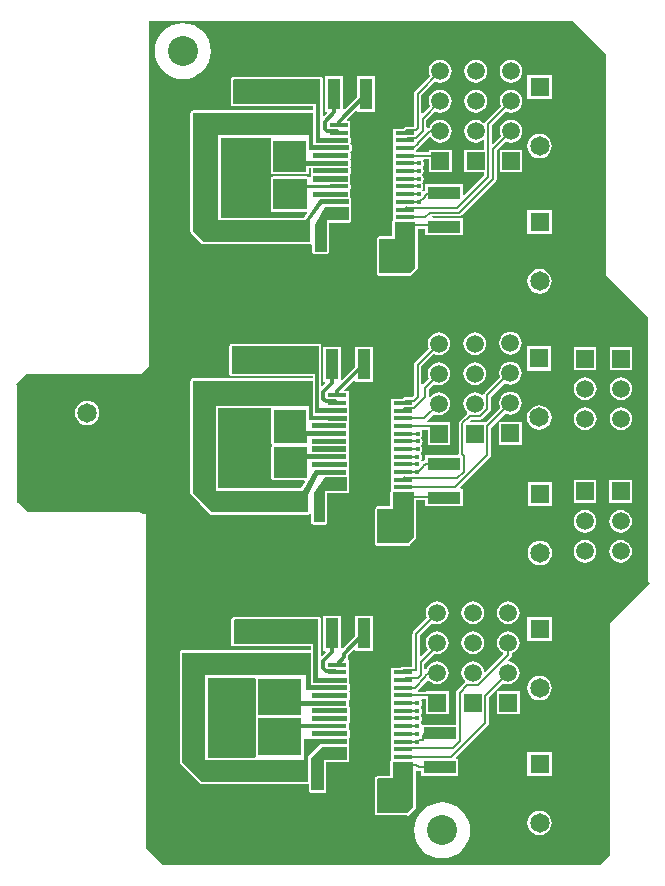
<source format=gtl>
G04 Layer_Physical_Order=1*
G04 Layer_Color=255*
%FSLAX25Y25*%
%MOIN*%
G70*
G01*
G75*
%ADD10R,0.06299X0.01181*%
%ADD11R,0.13386X0.38189*%
%ADD12R,0.04921X0.09055*%
%ADD13R,0.10906X0.04213*%
%ADD14R,0.04173X0.10709*%
%ADD15R,0.04331X0.10236*%
%ADD16R,0.10236X0.04331*%
%ADD17C,0.00800*%
%ADD18C,0.01200*%
%ADD19C,0.01969*%
%ADD20C,0.05906*%
%ADD21R,0.05906X0.05906*%
%ADD22R,0.06496X0.06496*%
%ADD23C,0.06496*%
%ADD24C,0.10000*%
%ADD25C,0.01600*%
G36*
X503600Y385400D02*
Y384300D01*
Y311500D01*
X517600Y297500D01*
X517900D01*
Y209300D01*
X518263Y208937D01*
X505363Y196037D01*
X505075Y195607D01*
X504975Y195100D01*
Y118349D01*
X501651Y115025D01*
X356174D01*
X350500Y120700D01*
Y232000D01*
X349462D01*
X349437Y232037D01*
X349337Y232137D01*
X348907Y232425D01*
X348400Y232525D01*
X310975D01*
X307800Y235700D01*
X307500D01*
Y274800D01*
X307026Y275274D01*
Y275325D01*
X310275Y278574D01*
X347900D01*
X348407Y278675D01*
X348444Y278700D01*
X348600D01*
X351300Y281400D01*
Y281506D01*
X351425Y281693D01*
X351525Y282200D01*
Y396475D01*
X492525D01*
X503600Y385400D01*
D02*
G37*
%LPC*%
G36*
X481500Y268240D02*
X480443Y268101D01*
X479459Y267693D01*
X478613Y267045D01*
X477964Y266199D01*
X477556Y265214D01*
X477417Y264158D01*
X477556Y263101D01*
X477964Y262116D01*
X478613Y261270D01*
X479459Y260622D01*
X480443Y260214D01*
X481500Y260074D01*
X482557Y260214D01*
X483541Y260622D01*
X484387Y261270D01*
X485036Y262116D01*
X485444Y263101D01*
X485583Y264158D01*
X485444Y265214D01*
X485036Y266199D01*
X484387Y267045D01*
X483541Y267693D01*
X482557Y268101D01*
X481500Y268240D01*
D02*
G37*
G36*
X481600Y178040D02*
X480543Y177901D01*
X479559Y177493D01*
X478713Y176845D01*
X478064Y175999D01*
X477656Y175014D01*
X477517Y173958D01*
X477656Y172901D01*
X478064Y171916D01*
X478713Y171070D01*
X479559Y170422D01*
X480543Y170014D01*
X481600Y169875D01*
X482657Y170014D01*
X483641Y170422D01*
X484487Y171070D01*
X485136Y171916D01*
X485544Y172901D01*
X485683Y173958D01*
X485544Y175014D01*
X485136Y175999D01*
X484487Y176845D01*
X483641Y177493D01*
X482657Y177901D01*
X481600Y178040D01*
D02*
G37*
G36*
X508700Y267585D02*
X507720Y267456D01*
X506807Y267078D01*
X506024Y266476D01*
X505422Y265693D01*
X505044Y264780D01*
X504915Y263800D01*
X505044Y262820D01*
X505422Y261907D01*
X506024Y261123D01*
X506807Y260522D01*
X507720Y260144D01*
X508700Y260015D01*
X509680Y260144D01*
X510593Y260522D01*
X511376Y261123D01*
X511978Y261907D01*
X512356Y262820D01*
X512485Y263800D01*
X512356Y264780D01*
X511978Y265693D01*
X511376Y266476D01*
X510593Y267078D01*
X509680Y267456D01*
X508700Y267585D01*
D02*
G37*
G36*
X459300Y192885D02*
X458320Y192756D01*
X457407Y192378D01*
X456624Y191777D01*
X456022Y190993D01*
X455644Y190080D01*
X455515Y189100D01*
X455644Y188120D01*
X456022Y187207D01*
X456624Y186424D01*
X457407Y185822D01*
X458320Y185444D01*
X459300Y185315D01*
X460280Y185444D01*
X461193Y185822D01*
X461976Y186424D01*
X462578Y187207D01*
X462956Y188120D01*
X463085Y189100D01*
X462956Y190080D01*
X462578Y190993D01*
X461976Y191777D01*
X461193Y192378D01*
X460280Y192756D01*
X459300Y192885D01*
D02*
G37*
G36*
X475653Y262653D02*
X468147D01*
Y255147D01*
X475653D01*
Y262653D01*
D02*
G37*
G36*
X496800Y267585D02*
X495820Y267456D01*
X494907Y267078D01*
X494124Y266476D01*
X493522Y265693D01*
X493144Y264780D01*
X493015Y263800D01*
X493144Y262820D01*
X493522Y261907D01*
X494124Y261123D01*
X494907Y260522D01*
X495820Y260144D01*
X496800Y260015D01*
X497780Y260144D01*
X498693Y260522D01*
X499476Y261123D01*
X500078Y261907D01*
X500456Y262820D01*
X500585Y263800D01*
X500456Y264780D01*
X500078Y265693D01*
X499476Y266476D01*
X498693Y267078D01*
X497780Y267456D01*
X496800Y267585D01*
D02*
G37*
G36*
X460000Y282585D02*
X459020Y282456D01*
X458107Y282078D01*
X457324Y281476D01*
X456722Y280693D01*
X456344Y279780D01*
X456215Y278800D01*
X456344Y277820D01*
X456722Y276907D01*
X457324Y276123D01*
X458107Y275522D01*
X459020Y275144D01*
X460000Y275015D01*
X460980Y275144D01*
X461893Y275522D01*
X462676Y276123D01*
X463278Y276907D01*
X463656Y277820D01*
X463785Y278800D01*
X463656Y279780D01*
X463278Y280693D01*
X462676Y281476D01*
X461893Y282078D01*
X460980Y282456D01*
X460000Y282585D01*
D02*
G37*
G36*
X408000Y288816D02*
X379000D01*
X378688Y288754D01*
X378423Y288577D01*
X378246Y288312D01*
X378184Y288000D01*
Y286600D01*
Y278700D01*
X378246Y278388D01*
X378423Y278123D01*
X378688Y277946D01*
X379000Y277884D01*
X405984D01*
Y277216D01*
X366000D01*
X365688Y277154D01*
X365423Y276977D01*
X365246Y276712D01*
X365184Y276400D01*
Y275200D01*
Y239100D01*
X365212Y238960D01*
X365234Y238818D01*
X365243Y238804D01*
X365246Y238788D01*
X365326Y238669D01*
X365401Y238547D01*
X371401Y232047D01*
X371414Y232037D01*
X371423Y232023D01*
X371542Y231944D01*
X371658Y231859D01*
X371674Y231856D01*
X371688Y231846D01*
X371828Y231819D01*
X371967Y231785D01*
X371984Y231788D01*
X372000Y231784D01*
X404300D01*
X404612Y231846D01*
X404877Y232023D01*
X404984Y232184D01*
X405484Y232085D01*
Y229300D01*
X405546Y228988D01*
X405723Y228723D01*
X405988Y228546D01*
X406300Y228484D01*
X410000D01*
X410312Y228546D01*
X410577Y228723D01*
X410754Y228988D01*
X410816Y229300D01*
Y238984D01*
X417400D01*
X417712Y239046D01*
X417977Y239223D01*
X418154Y239488D01*
X418216Y239800D01*
Y244200D01*
X418154Y244512D01*
X417977Y244777D01*
X417954Y244792D01*
X418016Y245100D01*
Y246800D01*
X417954Y247112D01*
X417926Y247153D01*
Y247197D01*
X418054Y247388D01*
X418116Y247700D01*
Y249400D01*
X418054Y249712D01*
X417926Y249903D01*
Y249946D01*
X417954Y249988D01*
X418016Y250300D01*
Y251900D01*
X417954Y252212D01*
X417926Y252254D01*
Y252447D01*
X417954Y252488D01*
X418016Y252800D01*
Y254500D01*
X417954Y254812D01*
X417926Y254854D01*
Y255047D01*
X417954Y255088D01*
X418016Y255400D01*
Y257100D01*
X417954Y257412D01*
X417926Y257453D01*
Y257646D01*
X417954Y257688D01*
X418016Y258000D01*
Y259500D01*
X417954Y259812D01*
X417926Y259854D01*
Y260146D01*
X417954Y260188D01*
X418016Y260500D01*
Y262200D01*
X417954Y262512D01*
X417926Y262554D01*
Y262597D01*
X417964Y262653D01*
X418051Y262782D01*
X418052Y262785D01*
X418054Y262788D01*
X418084Y262941D01*
X418116Y263094D01*
X418115Y263097D01*
X418116Y263100D01*
Y264800D01*
X418054Y265112D01*
X417978Y265225D01*
X418154Y265488D01*
X418216Y265800D01*
Y267200D01*
X418154Y267512D01*
X417977Y267777D01*
X417926Y267811D01*
Y270143D01*
Y272924D01*
X416711D01*
X416520Y273386D01*
X419588Y276454D01*
X420050Y276263D01*
Y275982D01*
X425980D01*
Y287818D01*
X420050D01*
Y280953D01*
X415812Y276716D01*
X415350Y276907D01*
Y287818D01*
X409420D01*
Y275982D01*
X410032D01*
X410224Y275520D01*
X409278Y274574D01*
X408816Y274765D01*
Y288000D01*
X408754Y288312D01*
X408577Y288577D01*
X408312Y288754D01*
X408000Y288816D01*
D02*
G37*
G36*
X485548Y287891D02*
X477452D01*
Y279795D01*
X485548D01*
Y287891D01*
D02*
G37*
G36*
X508700Y277585D02*
X507720Y277456D01*
X506807Y277078D01*
X506024Y276477D01*
X505422Y275693D01*
X505044Y274780D01*
X504915Y273800D01*
X505044Y272820D01*
X505422Y271907D01*
X506024Y271124D01*
X506807Y270522D01*
X507720Y270144D01*
X508700Y270015D01*
X509680Y270144D01*
X510593Y270522D01*
X511376Y271124D01*
X511978Y271907D01*
X512356Y272820D01*
X512485Y273800D01*
X512356Y274780D01*
X511978Y275693D01*
X511376Y276477D01*
X510593Y277078D01*
X509680Y277456D01*
X508700Y277585D01*
D02*
G37*
G36*
X330800Y269725D02*
X329743Y269586D01*
X328759Y269179D01*
X327913Y268530D01*
X327264Y267684D01*
X326856Y266699D01*
X326717Y265642D01*
X326856Y264586D01*
X327264Y263601D01*
X327913Y262755D01*
X328759Y262107D01*
X329743Y261699D01*
X330800Y261560D01*
X331857Y261699D01*
X332841Y262107D01*
X333687Y262755D01*
X334336Y263601D01*
X334744Y264586D01*
X334883Y265642D01*
X334744Y266699D01*
X334336Y267684D01*
X333687Y268530D01*
X332841Y269179D01*
X331857Y269586D01*
X330800Y269725D01*
D02*
G37*
G36*
X474953Y172853D02*
X467447D01*
Y165347D01*
X474953D01*
Y172853D01*
D02*
G37*
G36*
X496800Y277585D02*
X495820Y277456D01*
X494907Y277078D01*
X494124Y276477D01*
X493522Y275693D01*
X493144Y274780D01*
X493015Y273800D01*
X493144Y272820D01*
X493522Y271907D01*
X494124Y271124D01*
X494907Y270522D01*
X495820Y270144D01*
X496800Y270015D01*
X497780Y270144D01*
X498693Y270522D01*
X499476Y271124D01*
X500078Y271907D01*
X500456Y272820D01*
X500585Y273800D01*
X500456Y274780D01*
X500078Y275693D01*
X499476Y276477D01*
X498693Y277078D01*
X497780Y277456D01*
X496800Y277585D01*
D02*
G37*
G36*
X508600Y223285D02*
X507620Y223156D01*
X506707Y222778D01*
X505924Y222177D01*
X505322Y221393D01*
X504944Y220480D01*
X504815Y219500D01*
X504944Y218520D01*
X505322Y217607D01*
X505924Y216824D01*
X506707Y216222D01*
X507620Y215844D01*
X508600Y215715D01*
X509580Y215844D01*
X510493Y216222D01*
X511276Y216824D01*
X511878Y217607D01*
X512256Y218520D01*
X512385Y219500D01*
X512256Y220480D01*
X511878Y221393D01*
X511276Y222177D01*
X510493Y222778D01*
X509580Y223156D01*
X508600Y223285D01*
D02*
G37*
G36*
X459300Y202885D02*
X458320Y202756D01*
X457407Y202378D01*
X456624Y201777D01*
X456022Y200993D01*
X455644Y200080D01*
X455515Y199100D01*
X455644Y198120D01*
X456022Y197207D01*
X456624Y196423D01*
X457407Y195822D01*
X458320Y195444D01*
X459300Y195315D01*
X460280Y195444D01*
X461193Y195822D01*
X461976Y196423D01*
X462578Y197207D01*
X462956Y198120D01*
X463085Y199100D01*
X462956Y200080D01*
X462578Y200993D01*
X461976Y201777D01*
X461193Y202378D01*
X460280Y202756D01*
X459300Y202885D01*
D02*
G37*
G36*
X496700Y233285D02*
X495720Y233156D01*
X494807Y232778D01*
X494024Y232176D01*
X493422Y231393D01*
X493044Y230480D01*
X492915Y229500D01*
X493044Y228520D01*
X493422Y227607D01*
X494024Y226823D01*
X494807Y226222D01*
X495720Y225844D01*
X496700Y225715D01*
X497680Y225844D01*
X498593Y226222D01*
X499376Y226823D01*
X499978Y227607D01*
X500356Y228520D01*
X500485Y229500D01*
X500356Y230480D01*
X499978Y231393D01*
X499376Y232176D01*
X498593Y232778D01*
X497680Y233156D01*
X496700Y233285D01*
D02*
G37*
G36*
X471200Y202885D02*
X470220Y202756D01*
X469307Y202378D01*
X468524Y201777D01*
X467922Y200993D01*
X467544Y200080D01*
X467415Y199100D01*
X467544Y198120D01*
X467922Y197207D01*
X468524Y196423D01*
X469307Y195822D01*
X470220Y195444D01*
X471200Y195315D01*
X472180Y195444D01*
X473093Y195822D01*
X473876Y196423D01*
X474478Y197207D01*
X474856Y198120D01*
X474985Y199100D01*
X474856Y200080D01*
X474478Y200993D01*
X473876Y201777D01*
X473093Y202378D01*
X472180Y202756D01*
X471200Y202885D01*
D02*
G37*
G36*
X481700Y223040D02*
X480643Y222901D01*
X479659Y222493D01*
X478813Y221845D01*
X478164Y220999D01*
X477756Y220014D01*
X477617Y218957D01*
X477756Y217901D01*
X478164Y216916D01*
X478813Y216070D01*
X479659Y215422D01*
X480643Y215014D01*
X481700Y214875D01*
X482757Y215014D01*
X483742Y215422D01*
X484587Y216070D01*
X485236Y216916D01*
X485644Y217901D01*
X485783Y218957D01*
X485644Y220014D01*
X485236Y220999D01*
X484587Y221845D01*
X483742Y222493D01*
X482757Y222901D01*
X481700Y223040D01*
D02*
G37*
G36*
X496700Y223285D02*
X495720Y223156D01*
X494807Y222778D01*
X494024Y222177D01*
X493422Y221393D01*
X493044Y220480D01*
X492915Y219500D01*
X493044Y218520D01*
X493422Y217607D01*
X494024Y216824D01*
X494807Y216222D01*
X495720Y215844D01*
X496700Y215715D01*
X497680Y215844D01*
X498593Y216222D01*
X499376Y216824D01*
X499978Y217607D01*
X500356Y218520D01*
X500485Y219500D01*
X500356Y220480D01*
X499978Y221393D01*
X499376Y222177D01*
X498593Y222778D01*
X497680Y223156D01*
X496700Y223285D01*
D02*
G37*
G36*
X508600Y233285D02*
X507620Y233156D01*
X506707Y232778D01*
X505924Y232176D01*
X505322Y231393D01*
X504944Y230480D01*
X504815Y229500D01*
X504944Y228520D01*
X505322Y227607D01*
X505924Y226823D01*
X506707Y226222D01*
X507620Y225844D01*
X508600Y225715D01*
X509580Y225844D01*
X510493Y226222D01*
X511276Y226823D01*
X511878Y227607D01*
X512256Y228520D01*
X512385Y229500D01*
X512256Y230480D01*
X511878Y231393D01*
X511276Y232176D01*
X510493Y232778D01*
X509580Y233156D01*
X508600Y233285D01*
D02*
G37*
G36*
X512353Y243253D02*
X504847D01*
Y235747D01*
X512353D01*
Y243253D01*
D02*
G37*
G36*
X485648Y197691D02*
X477552D01*
Y189594D01*
X485648D01*
Y197691D01*
D02*
G37*
G36*
X426080Y198118D02*
X420150D01*
Y191253D01*
X415912Y187016D01*
X415450Y187207D01*
Y198118D01*
X409520D01*
Y186282D01*
X410132D01*
X410324Y185820D01*
X409178Y184674D01*
X408716Y184865D01*
Y197000D01*
X408654Y197312D01*
X408477Y197577D01*
X408212Y197754D01*
X407900Y197816D01*
X380000D01*
X380000Y197816D01*
X379688Y197754D01*
X379423Y197577D01*
X379423Y197577D01*
X379023Y197177D01*
X378846Y196912D01*
X378784Y196600D01*
X378784Y196600D01*
Y188700D01*
X378846Y188388D01*
X379023Y188123D01*
X379288Y187946D01*
X379600Y187884D01*
X405384D01*
Y186685D01*
X405300Y186616D01*
X362400D01*
X362088Y186554D01*
X361823Y186377D01*
X361646Y186112D01*
X361584Y185800D01*
X361646Y185488D01*
X361684Y185431D01*
Y149300D01*
X361684Y149300D01*
X361746Y148988D01*
X361923Y148723D01*
X361923Y148723D01*
X368423Y142223D01*
X368688Y142046D01*
X369000Y141984D01*
X369000Y141984D01*
X404500D01*
X404684Y141833D01*
Y139900D01*
X404746Y139588D01*
X404923Y139323D01*
X405188Y139146D01*
X405500Y139084D01*
X409700D01*
X410012Y139146D01*
X410277Y139323D01*
X410454Y139588D01*
X410516Y139900D01*
Y149184D01*
X417300D01*
X417612Y149246D01*
X417877Y149423D01*
X418054Y149688D01*
X418116Y150000D01*
Y154300D01*
X418054Y154612D01*
X417978Y154725D01*
X418154Y154988D01*
X418216Y155300D01*
Y157000D01*
X418154Y157312D01*
X418112Y157375D01*
X418254Y157588D01*
X418316Y157900D01*
Y159600D01*
X418254Y159912D01*
X418077Y160177D01*
X417966Y160251D01*
X418016Y160500D01*
Y162000D01*
X417966Y162249D01*
X418077Y162323D01*
X418254Y162588D01*
X418316Y162900D01*
Y164600D01*
X418254Y164912D01*
X418128Y165100D01*
X418254Y165288D01*
X418316Y165600D01*
Y167300D01*
X418254Y167612D01*
X418077Y167877D01*
X417984Y167939D01*
X418016Y168100D01*
Y169600D01*
X417954Y169912D01*
X417926Y169953D01*
Y170022D01*
X418077Y170123D01*
X418254Y170388D01*
X418316Y170700D01*
Y172400D01*
X418254Y172712D01*
X418161Y172850D01*
X418254Y172988D01*
X418316Y173300D01*
Y175000D01*
X418254Y175312D01*
X418077Y175577D01*
X418072Y175580D01*
X418116Y175800D01*
Y177200D01*
X418054Y177512D01*
X417926Y177703D01*
Y180343D01*
Y183124D01*
X417926Y183124D01*
X417926D01*
X417719Y183610D01*
X417721Y183624D01*
X417827Y184158D01*
X417827Y184158D01*
Y184894D01*
X419688Y186754D01*
X420150Y186563D01*
Y186282D01*
X426080D01*
Y198118D01*
D02*
G37*
G36*
X447500Y202885D02*
X446520Y202756D01*
X445607Y202378D01*
X444824Y201777D01*
X444222Y200993D01*
X443844Y200080D01*
X443715Y199100D01*
X443844Y198120D01*
X444121Y197451D01*
X439508Y192838D01*
X439243Y192441D01*
X439150Y191973D01*
Y181167D01*
X436024D01*
X435555Y181074D01*
X435158Y180808D01*
X434996Y180565D01*
X432074D01*
Y177784D01*
Y175225D01*
Y172666D01*
Y170107D01*
Y167548D01*
Y164989D01*
Y162430D01*
Y159871D01*
Y157312D01*
Y154753D01*
Y150011D01*
X432023Y149977D01*
X431846Y149712D01*
X431784Y149400D01*
Y144716D01*
X427700D01*
X427388Y144654D01*
X427123Y144477D01*
X427123Y144477D01*
X426823Y144177D01*
X426646Y143912D01*
X426584Y143600D01*
X426584Y143600D01*
Y132400D01*
X426646Y132088D01*
X426823Y131823D01*
X427088Y131646D01*
X427400Y131584D01*
X437231D01*
X437288Y131546D01*
X437600Y131484D01*
X437912Y131546D01*
X438177Y131723D01*
X438177Y131723D01*
X440077Y133623D01*
X440254Y133888D01*
X440316Y134200D01*
X440316Y134200D01*
Y146270D01*
X440816Y146537D01*
X440962Y146440D01*
X441430Y146347D01*
X442047D01*
Y144664D01*
X454553D01*
Y150476D01*
X453849D01*
X453657Y150938D01*
X464318Y161599D01*
X464583Y161996D01*
X464676Y162464D01*
Y170846D01*
X469551Y175721D01*
X470220Y175444D01*
X471200Y175315D01*
X472180Y175444D01*
X473093Y175822D01*
X473876Y176424D01*
X474478Y177207D01*
X474856Y178120D01*
X474985Y179100D01*
X474856Y180080D01*
X474478Y180993D01*
X473876Y181776D01*
X473093Y182378D01*
X472180Y182756D01*
X471373Y182862D01*
X471154Y183351D01*
X472065Y184262D01*
X472330Y184659D01*
X472424Y185127D01*
Y185545D01*
X473093Y185822D01*
X473876Y186424D01*
X474478Y187207D01*
X474856Y188120D01*
X474985Y189100D01*
X474856Y190080D01*
X474478Y190993D01*
X473876Y191777D01*
X473093Y192378D01*
X472180Y192756D01*
X471200Y192885D01*
X470220Y192756D01*
X469307Y192378D01*
X468524Y191777D01*
X467922Y190993D01*
X467544Y190080D01*
X467415Y189100D01*
X467544Y188120D01*
X467922Y187207D01*
X468524Y186424D01*
X469307Y185822D01*
X469498Y185743D01*
X469595Y185253D01*
X463572Y179230D01*
X463044Y179409D01*
X462956Y180080D01*
X462578Y180993D01*
X461976Y181776D01*
X461193Y182378D01*
X460280Y182756D01*
X459300Y182885D01*
X458320Y182756D01*
X457407Y182378D01*
X456624Y181776D01*
X456022Y180993D01*
X455644Y180080D01*
X455515Y179100D01*
X455644Y178120D01*
X456022Y177207D01*
X456624Y176424D01*
X456735Y176338D01*
X456721Y175931D01*
X456644Y175777D01*
X454088Y173221D01*
X453822Y172824D01*
X453729Y172355D01*
Y161736D01*
X442275D01*
X442246Y161886D01*
X442066Y162154D01*
X441957Y162576D01*
X442082Y162890D01*
X442287Y163196D01*
X442411Y163821D01*
X442287Y164445D01*
X442095Y164733D01*
X441974Y165100D01*
X442095Y165468D01*
X442287Y165755D01*
X442411Y166379D01*
X442287Y167004D01*
X442089Y167300D01*
X441966Y167643D01*
X442082Y168035D01*
X442269Y168314D01*
X442393Y168939D01*
X442269Y169563D01*
X442127Y169774D01*
X442395Y170274D01*
X443747D01*
Y165347D01*
X451253D01*
Y172853D01*
X443747D01*
Y172721D01*
X441094D01*
X440939Y173095D01*
X440928Y173221D01*
X444166Y176459D01*
X444815Y176434D01*
X444824Y176424D01*
X445607Y175822D01*
X446520Y175444D01*
X447500Y175315D01*
X448480Y175444D01*
X449393Y175822D01*
X450176Y176424D01*
X450778Y177207D01*
X451156Y178120D01*
X451285Y179100D01*
X451156Y180080D01*
X450778Y180993D01*
X450176Y181776D01*
X449393Y182378D01*
X448480Y182756D01*
X447500Y182885D01*
X446520Y182756D01*
X445607Y182378D01*
X444824Y181776D01*
X444222Y180993D01*
X443925Y180276D01*
X443697Y180161D01*
X443197Y180470D01*
Y182059D01*
X446575Y185437D01*
X447500Y185315D01*
X448480Y185444D01*
X449393Y185822D01*
X450176Y186424D01*
X450778Y187207D01*
X451156Y188120D01*
X451285Y189100D01*
X451156Y190080D01*
X450778Y190993D01*
X450176Y191777D01*
X449393Y192378D01*
X448480Y192756D01*
X447500Y192885D01*
X446520Y192756D01*
X445607Y192378D01*
X444824Y191777D01*
X444222Y190993D01*
X443844Y190080D01*
X443715Y189100D01*
X443844Y188120D01*
X444222Y187207D01*
X444510Y186832D01*
X442059Y184381D01*
X441597Y184573D01*
Y191466D01*
X445851Y195721D01*
X446520Y195444D01*
X447500Y195315D01*
X448480Y195444D01*
X449393Y195822D01*
X450176Y196423D01*
X450778Y197207D01*
X451156Y198120D01*
X451285Y199100D01*
X451156Y200080D01*
X450778Y200993D01*
X450176Y201777D01*
X449393Y202378D01*
X448480Y202756D01*
X447500Y202885D01*
D02*
G37*
G36*
X485748Y242690D02*
X477652D01*
Y234594D01*
X485748D01*
Y242690D01*
D02*
G37*
G36*
X500453Y243253D02*
X492947D01*
Y235747D01*
X500453D01*
Y243253D01*
D02*
G37*
G36*
X426780Y377918D02*
X420850D01*
Y371053D01*
X416612Y366816D01*
X416150Y367007D01*
Y377918D01*
X410220D01*
Y366082D01*
X410632D01*
X410824Y365620D01*
X409778Y364574D01*
X409316Y364765D01*
Y377000D01*
X409254Y377312D01*
X409077Y377577D01*
X408812Y377754D01*
X408500Y377816D01*
X379800D01*
X379800Y377816D01*
X379488Y377754D01*
X379223Y377577D01*
X379223Y377577D01*
X378823Y377177D01*
X378646Y376912D01*
X378584Y376600D01*
X378584Y376600D01*
Y368700D01*
X378646Y368388D01*
X378823Y368123D01*
X379088Y367946D01*
X379400Y367884D01*
X406184D01*
Y366585D01*
X406100Y366516D01*
X366000D01*
X365688Y366454D01*
X365423Y366277D01*
X365246Y366012D01*
X365184Y365700D01*
Y362700D01*
Y326300D01*
X365184Y326300D01*
X365246Y325988D01*
X365423Y325723D01*
X365423Y325723D01*
X369023Y322123D01*
X369288Y321946D01*
X369600Y321884D01*
X369600Y321884D01*
X405100D01*
X405284Y321921D01*
X405665Y321707D01*
X405784Y321594D01*
Y319400D01*
X405846Y319088D01*
X406023Y318823D01*
X406288Y318646D01*
X406600Y318584D01*
X410600D01*
X410912Y318646D01*
X411177Y318823D01*
X411354Y319088D01*
X411416Y319400D01*
Y329084D01*
X417800D01*
X418112Y329146D01*
X418377Y329323D01*
X418377Y329323D01*
X418577Y329523D01*
X418754Y329788D01*
X418816Y330100D01*
X418816Y330100D01*
Y334300D01*
X418754Y334612D01*
X418661Y334750D01*
X418754Y334888D01*
X418816Y335200D01*
Y336900D01*
X418754Y337212D01*
X418577Y337477D01*
X418526Y337511D01*
Y340146D01*
X418554Y340188D01*
X418616Y340500D01*
Y341800D01*
X418554Y342112D01*
X418526Y342154D01*
Y345146D01*
X418554Y345188D01*
X418616Y345500D01*
Y347200D01*
X418554Y347512D01*
X418545Y347525D01*
X418654Y347688D01*
X418716Y348000D01*
Y349600D01*
X418654Y349912D01*
X418526Y350103D01*
Y350147D01*
X418554Y350188D01*
X418616Y350500D01*
Y352200D01*
X418554Y352512D01*
X418540Y352532D01*
X418677Y352623D01*
X418854Y352888D01*
X418916Y353200D01*
Y354900D01*
X418854Y355212D01*
X418677Y355477D01*
X418566Y355551D01*
X418616Y355800D01*
Y357200D01*
X418554Y357512D01*
X418526Y357554D01*
Y360243D01*
Y363024D01*
X417511D01*
X417320Y363486D01*
X420388Y366554D01*
X420850Y366363D01*
Y366082D01*
X426780D01*
Y377918D01*
D02*
G37*
G36*
X460300Y373385D02*
X459320Y373256D01*
X458407Y372878D01*
X457623Y372276D01*
X457022Y371493D01*
X456644Y370580D01*
X456515Y369600D01*
X456644Y368620D01*
X457022Y367707D01*
X457623Y366923D01*
X458407Y366322D01*
X459320Y365944D01*
X460300Y365815D01*
X461280Y365944D01*
X462193Y366322D01*
X462977Y366923D01*
X463578Y367707D01*
X463956Y368620D01*
X464085Y369600D01*
X463956Y370580D01*
X463578Y371493D01*
X462977Y372276D01*
X462193Y372878D01*
X461280Y373256D01*
X460300Y373385D01*
D02*
G37*
G36*
X448500Y383385D02*
X447520Y383256D01*
X446607Y382878D01*
X445823Y382277D01*
X445222Y381493D01*
X444844Y380580D01*
X444715Y379600D01*
X444844Y378620D01*
X445121Y377951D01*
X440135Y372965D01*
X439870Y372568D01*
X439777Y372100D01*
Y361080D01*
X439763Y361067D01*
X437392D01*
X436924Y360974D01*
X436527Y360708D01*
X436284Y360465D01*
X432674D01*
Y357684D01*
Y355125D01*
Y352566D01*
Y350007D01*
Y347448D01*
Y344889D01*
Y342330D01*
Y339771D01*
Y337212D01*
Y334653D01*
Y329803D01*
X432546Y329612D01*
X432484Y329300D01*
Y324616D01*
X428400D01*
X428088Y324554D01*
X427823Y324377D01*
X427823Y324377D01*
X427765Y324318D01*
X427650D01*
Y324203D01*
X427523Y324077D01*
X427346Y323812D01*
X427284Y323500D01*
X427284Y323500D01*
Y312300D01*
X427346Y311988D01*
X427523Y311723D01*
X427788Y311546D01*
X428100Y311484D01*
X437931D01*
X437988Y311446D01*
X438300Y311384D01*
X438612Y311446D01*
X438877Y311623D01*
X438877Y311623D01*
X440777Y313523D01*
X440954Y313788D01*
X441016Y314100D01*
X441016Y314100D01*
Y327143D01*
X443547D01*
Y324864D01*
X456053D01*
Y330676D01*
X446114D01*
X445847Y331176D01*
X445876Y331220D01*
X454732D01*
X455200Y331313D01*
X455597Y331578D01*
X466918Y342899D01*
X467183Y343296D01*
X467276Y343764D01*
Y353046D01*
X470451Y356221D01*
X471120Y355944D01*
X472100Y355815D01*
X473080Y355944D01*
X473993Y356322D01*
X474777Y356924D01*
X475378Y357707D01*
X475756Y358620D01*
X475885Y359600D01*
X475756Y360580D01*
X475378Y361493D01*
X474777Y362277D01*
X473993Y362878D01*
X473080Y363256D01*
X472100Y363385D01*
X471120Y363256D01*
X470207Y362878D01*
X469423Y362277D01*
X468822Y361493D01*
X468444Y360580D01*
X468315Y359600D01*
X468444Y358620D01*
X468721Y357951D01*
X466138Y355368D01*
X465676Y355560D01*
Y361446D01*
X470451Y366221D01*
X471120Y365944D01*
X472100Y365815D01*
X473080Y365944D01*
X473993Y366322D01*
X474777Y366923D01*
X475378Y367707D01*
X475756Y368620D01*
X475885Y369600D01*
X475756Y370580D01*
X475378Y371493D01*
X474777Y372276D01*
X473993Y372878D01*
X473080Y373256D01*
X472100Y373385D01*
X471120Y373256D01*
X470207Y372878D01*
X469423Y372276D01*
X468822Y371493D01*
X468444Y370580D01*
X468315Y369600D01*
X468444Y368620D01*
X468721Y367951D01*
X463588Y362818D01*
X463403Y362542D01*
X463322Y362491D01*
X462976Y362410D01*
X462809Y362405D01*
X462193Y362878D01*
X461280Y363256D01*
X460300Y363385D01*
X459320Y363256D01*
X458407Y362878D01*
X457623Y362277D01*
X457022Y361493D01*
X456644Y360580D01*
X456515Y359600D01*
X456644Y358620D01*
X457022Y357707D01*
X457623Y356924D01*
X458407Y356322D01*
X459320Y355944D01*
X460300Y355815D01*
X461280Y355944D01*
X462193Y356322D01*
X462729Y356734D01*
X463229Y356487D01*
Y353353D01*
X456547D01*
Y345847D01*
X463229D01*
Y344933D01*
X456515Y338219D01*
X456053Y338410D01*
Y341936D01*
X443547D01*
Y339950D01*
X443465Y339895D01*
X443293Y339723D01*
X442691Y339779D01*
X442523Y340024D01*
X442588Y340266D01*
X442769Y340537D01*
X442893Y341161D01*
X442769Y341786D01*
X442582Y342065D01*
X442466Y342457D01*
X442589Y342800D01*
X442787Y343096D01*
X442911Y343721D01*
X442787Y344345D01*
X442625Y344586D01*
X442533Y345126D01*
X442887Y345655D01*
X443011Y346280D01*
X442887Y346904D01*
X442713Y347164D01*
X442610Y347609D01*
X442735Y347899D01*
X442946Y348214D01*
X443070Y348839D01*
X442946Y349463D01*
X442805Y349674D01*
X443072Y350174D01*
X444747D01*
Y345847D01*
X452253D01*
Y353353D01*
X444747D01*
Y352621D01*
X440573D01*
Y353298D01*
X441838Y354563D01*
X442104Y354960D01*
X442107Y354977D01*
X444764Y357633D01*
X445362Y357525D01*
X445823Y356924D01*
X446607Y356322D01*
X447520Y355944D01*
X448500Y355815D01*
X449480Y355944D01*
X450393Y356322D01*
X451177Y356924D01*
X451778Y357707D01*
X452156Y358620D01*
X452285Y359600D01*
X452156Y360580D01*
X451778Y361493D01*
X451177Y362277D01*
X450393Y362878D01*
X449480Y363256D01*
X448500Y363385D01*
X447520Y363256D01*
X446607Y362878D01*
X445823Y362277D01*
X445222Y361493D01*
X444940Y360812D01*
X444532Y360730D01*
X444323Y360591D01*
X443823Y360831D01*
Y363193D01*
X446851Y366221D01*
X447520Y365944D01*
X448500Y365815D01*
X449480Y365944D01*
X450393Y366322D01*
X451177Y366923D01*
X451778Y367707D01*
X452156Y368620D01*
X452285Y369600D01*
X452156Y370580D01*
X451778Y371493D01*
X451177Y372276D01*
X450393Y372878D01*
X449480Y373256D01*
X448500Y373385D01*
X447520Y373256D01*
X446607Y372878D01*
X445823Y372276D01*
X445222Y371493D01*
X444844Y370580D01*
X444715Y369600D01*
X444844Y368620D01*
X445121Y367951D01*
X442686Y365516D01*
X442224Y365707D01*
Y371593D01*
X446851Y376221D01*
X447520Y375944D01*
X448500Y375815D01*
X449480Y375944D01*
X450393Y376322D01*
X451177Y376923D01*
X451778Y377707D01*
X452156Y378620D01*
X452285Y379600D01*
X452156Y380580D01*
X451778Y381493D01*
X451177Y382277D01*
X450393Y382878D01*
X449480Y383256D01*
X448500Y383385D01*
D02*
G37*
G36*
X485648Y378391D02*
X477552D01*
Y370294D01*
X485648D01*
Y378391D01*
D02*
G37*
G36*
X449100Y135845D02*
X447277Y135665D01*
X445524Y135134D01*
X443908Y134270D01*
X442492Y133108D01*
X441330Y131692D01*
X440466Y130076D01*
X439935Y128323D01*
X439755Y126500D01*
X439935Y124677D01*
X440466Y122924D01*
X441330Y121308D01*
X442492Y119892D01*
X443908Y118730D01*
X445524Y117866D01*
X447277Y117335D01*
X449100Y117155D01*
X450923Y117335D01*
X452676Y117866D01*
X454292Y118730D01*
X455708Y119892D01*
X456870Y121308D01*
X457734Y122924D01*
X458265Y124677D01*
X458445Y126500D01*
X458265Y128323D01*
X457734Y130076D01*
X456870Y131692D01*
X455708Y133108D01*
X454292Y134270D01*
X452676Y135134D01*
X450923Y135665D01*
X449100Y135845D01*
D02*
G37*
G36*
X481600Y133140D02*
X480543Y133001D01*
X479559Y132593D01*
X478713Y131945D01*
X478064Y131099D01*
X477656Y130114D01*
X477517Y129058D01*
X477656Y128001D01*
X478064Y127016D01*
X478713Y126170D01*
X479559Y125522D01*
X480543Y125114D01*
X481600Y124975D01*
X482657Y125114D01*
X483641Y125522D01*
X484487Y126170D01*
X485136Y127016D01*
X485544Y128001D01*
X485683Y129058D01*
X485544Y130114D01*
X485136Y131099D01*
X484487Y131945D01*
X483641Y132593D01*
X482657Y133001D01*
X481600Y133140D01*
D02*
G37*
G36*
X475853Y353353D02*
X468347D01*
Y345847D01*
X475853D01*
Y353353D01*
D02*
G37*
G36*
X481600Y358740D02*
X480543Y358601D01*
X479559Y358193D01*
X478713Y357545D01*
X478064Y356699D01*
X477656Y355714D01*
X477517Y354658D01*
X477656Y353601D01*
X478064Y352616D01*
X478713Y351770D01*
X479559Y351121D01*
X480543Y350714D01*
X481600Y350574D01*
X482657Y350714D01*
X483641Y351121D01*
X484487Y351770D01*
X485136Y352616D01*
X485544Y353601D01*
X485683Y354658D01*
X485544Y355714D01*
X485136Y356699D01*
X484487Y357545D01*
X483641Y358193D01*
X482657Y358601D01*
X481600Y358740D01*
D02*
G37*
G36*
X485648Y152791D02*
X477552D01*
Y144694D01*
X485648D01*
Y152791D01*
D02*
G37*
G36*
Y333291D02*
X477552D01*
Y325195D01*
X485648D01*
Y333291D01*
D02*
G37*
G36*
X448100Y292585D02*
X447120Y292456D01*
X446207Y292078D01*
X445424Y291476D01*
X444822Y290693D01*
X444444Y289780D01*
X444315Y288800D01*
X444444Y287820D01*
X444721Y287151D01*
X440135Y282565D01*
X439870Y282168D01*
X439777Y281700D01*
Y271580D01*
X439163Y270967D01*
X436792D01*
X436324Y270874D01*
X435927Y270608D01*
X435684Y270365D01*
X432074D01*
Y267584D01*
Y265025D01*
Y262466D01*
Y259907D01*
Y257348D01*
Y254789D01*
Y252230D01*
Y249671D01*
Y247112D01*
Y244553D01*
Y239803D01*
X431946Y239612D01*
X431884Y239300D01*
Y234616D01*
X427800D01*
X427488Y234554D01*
X427223Y234377D01*
X427223Y234377D01*
X426923Y234077D01*
X426746Y233812D01*
X426684Y233500D01*
X426684Y233500D01*
Y222300D01*
X426746Y221988D01*
X426923Y221723D01*
X427188Y221546D01*
X427500Y221484D01*
X437331D01*
X437388Y221446D01*
X437700Y221384D01*
X438012Y221446D01*
X438277Y221623D01*
X438277Y221623D01*
X440177Y223523D01*
X440354Y223788D01*
X440416Y224100D01*
X440416Y224100D01*
Y236547D01*
X443447D01*
Y234564D01*
X455953D01*
Y240376D01*
X455249D01*
X455057Y240838D01*
X465018Y250799D01*
X465283Y251196D01*
X465376Y251664D01*
Y260646D01*
X470251Y265521D01*
X470920Y265244D01*
X471900Y265115D01*
X472880Y265244D01*
X473793Y265622D01*
X474577Y266224D01*
X475178Y267007D01*
X475556Y267920D01*
X475685Y268900D01*
X475556Y269880D01*
X475178Y270793D01*
X474577Y271576D01*
X473793Y272178D01*
X472880Y272556D01*
X471900Y272685D01*
X470920Y272556D01*
X470007Y272178D01*
X469223Y271576D01*
X468622Y270793D01*
X468244Y269880D01*
X468115Y268900D01*
X468244Y267920D01*
X468521Y267251D01*
X464113Y262844D01*
X463753Y262553D01*
Y262553D01*
X463753Y262553D01*
X458534D01*
X458342Y263015D01*
X458751Y263424D01*
X461720D01*
X462188Y263517D01*
X462585Y263782D01*
X465018Y266215D01*
X465283Y266612D01*
X465376Y267080D01*
Y271007D01*
X469999Y275629D01*
X470007Y275622D01*
X470920Y275244D01*
X471900Y275115D01*
X472880Y275244D01*
X473793Y275622D01*
X474577Y276223D01*
X475178Y277007D01*
X475556Y277920D01*
X475685Y278900D01*
X475556Y279880D01*
X475178Y280793D01*
X474577Y281576D01*
X473793Y282178D01*
X472880Y282556D01*
X471900Y282685D01*
X470920Y282556D01*
X470007Y282178D01*
X469223Y281576D01*
X468622Y280793D01*
X468244Y279880D01*
X468115Y278900D01*
X468244Y277920D01*
X468415Y277506D01*
X463288Y272378D01*
X463022Y271982D01*
X462996Y271848D01*
X462447Y271653D01*
X461893Y272078D01*
X460980Y272456D01*
X460000Y272585D01*
X459020Y272456D01*
X458107Y272078D01*
X457324Y271477D01*
X456722Y270693D01*
X456344Y269780D01*
X456215Y268800D01*
X456344Y267820D01*
X456722Y266907D01*
X457324Y266124D01*
X457435Y266038D01*
X457421Y265631D01*
X457344Y265477D01*
X454982Y263115D01*
X454717Y262718D01*
X454624Y262250D01*
Y251839D01*
X454154Y251636D01*
X443447D01*
Y249917D01*
X443162Y249860D01*
X442765Y249595D01*
X442627Y249458D01*
X442134Y249541D01*
X442015Y249908D01*
X442369Y250437D01*
X442493Y251061D01*
X442369Y251686D01*
X442195Y251946D01*
X442092Y252391D01*
X442217Y252681D01*
X442428Y252996D01*
X442552Y253621D01*
X442428Y254245D01*
X442074Y254774D01*
X442276Y255240D01*
X442487Y255555D01*
X442611Y256179D01*
X442487Y256804D01*
X442282Y257110D01*
X442157Y257424D01*
X442266Y257845D01*
X442446Y258114D01*
X442570Y258739D01*
X442446Y259363D01*
X442305Y259574D01*
X442572Y260074D01*
X444347D01*
Y255047D01*
X451853D01*
Y262553D01*
X444347D01*
X444059Y262933D01*
X444052Y263021D01*
X446451Y265421D01*
X447120Y265144D01*
X448100Y265015D01*
X449080Y265144D01*
X449993Y265522D01*
X450776Y266124D01*
X451378Y266907D01*
X451756Y267820D01*
X451885Y268800D01*
X451756Y269780D01*
X451378Y270693D01*
X450776Y271477D01*
X449993Y272078D01*
X449080Y272456D01*
X448100Y272585D01*
X447120Y272456D01*
X446207Y272078D01*
X445424Y271477D01*
X445123Y271086D01*
X444624Y271255D01*
Y273593D01*
X446451Y275421D01*
X447120Y275144D01*
X448100Y275015D01*
X449080Y275144D01*
X449993Y275522D01*
X450776Y276123D01*
X451378Y276907D01*
X451756Y277820D01*
X451885Y278800D01*
X451756Y279780D01*
X451378Y280693D01*
X450776Y281476D01*
X449993Y282078D01*
X449080Y282456D01*
X448100Y282585D01*
X447120Y282456D01*
X446207Y282078D01*
X445424Y281476D01*
X444822Y280693D01*
X444444Y279780D01*
X444315Y278800D01*
X444444Y277820D01*
X444721Y277151D01*
X442724Y275154D01*
X442224Y275361D01*
Y281193D01*
X446451Y285421D01*
X447120Y285144D01*
X448100Y285015D01*
X449080Y285144D01*
X449993Y285522D01*
X450776Y286123D01*
X451378Y286907D01*
X451756Y287820D01*
X451885Y288800D01*
X451756Y289780D01*
X451378Y290693D01*
X450776Y291476D01*
X449993Y292078D01*
X449080Y292456D01*
X448100Y292585D01*
D02*
G37*
G36*
X460000D02*
X459020Y292456D01*
X458107Y292078D01*
X457324Y291476D01*
X456722Y290693D01*
X456344Y289780D01*
X456215Y288800D01*
X456344Y287820D01*
X456722Y286907D01*
X457324Y286123D01*
X458107Y285522D01*
X459020Y285144D01*
X460000Y285015D01*
X460980Y285144D01*
X461893Y285522D01*
X462676Y286123D01*
X463278Y286907D01*
X463656Y287820D01*
X463785Y288800D01*
X463656Y289780D01*
X463278Y290693D01*
X462676Y291476D01*
X461893Y292078D01*
X460980Y292456D01*
X460000Y292585D01*
D02*
G37*
G36*
X500553Y287553D02*
X493047D01*
Y280047D01*
X500553D01*
Y287553D01*
D02*
G37*
G36*
X512453D02*
X504947D01*
Y280047D01*
X512453D01*
Y287553D01*
D02*
G37*
G36*
X471900Y292685D02*
X470920Y292556D01*
X470007Y292178D01*
X469223Y291577D01*
X468622Y290793D01*
X468244Y289880D01*
X468115Y288900D01*
X468244Y287920D01*
X468622Y287007D01*
X469223Y286224D01*
X470007Y285622D01*
X470920Y285244D01*
X471900Y285115D01*
X472880Y285244D01*
X473793Y285622D01*
X474577Y286224D01*
X475178Y287007D01*
X475556Y287920D01*
X475685Y288900D01*
X475556Y289880D01*
X475178Y290793D01*
X474577Y291577D01*
X473793Y292178D01*
X472880Y292556D01*
X471900Y292685D01*
D02*
G37*
G36*
X472100Y383385D02*
X471120Y383256D01*
X470207Y382878D01*
X469423Y382277D01*
X468822Y381493D01*
X468444Y380580D01*
X468315Y379600D01*
X468444Y378620D01*
X468822Y377707D01*
X469423Y376923D01*
X470207Y376322D01*
X471120Y375944D01*
X472100Y375815D01*
X473080Y375944D01*
X473993Y376322D01*
X474777Y376923D01*
X475378Y377707D01*
X475756Y378620D01*
X475885Y379600D01*
X475756Y380580D01*
X475378Y381493D01*
X474777Y382277D01*
X473993Y382878D01*
X473080Y383256D01*
X472100Y383385D01*
D02*
G37*
G36*
X460300D02*
X459320Y383256D01*
X458407Y382878D01*
X457623Y382277D01*
X457022Y381493D01*
X456644Y380580D01*
X456515Y379600D01*
X456644Y378620D01*
X457022Y377707D01*
X457623Y376923D01*
X458407Y376322D01*
X459320Y375944D01*
X460300Y375815D01*
X461280Y375944D01*
X462193Y376322D01*
X462977Y376923D01*
X463578Y377707D01*
X463956Y378620D01*
X464085Y379600D01*
X463956Y380580D01*
X463578Y381493D01*
X462977Y382277D01*
X462193Y382878D01*
X461280Y383256D01*
X460300Y383385D01*
D02*
G37*
G36*
X481600Y313640D02*
X480543Y313501D01*
X479559Y313093D01*
X478713Y312445D01*
X478064Y311599D01*
X477656Y310614D01*
X477517Y309558D01*
X477656Y308501D01*
X478064Y307516D01*
X478713Y306670D01*
X479559Y306021D01*
X480543Y305614D01*
X481600Y305474D01*
X482657Y305614D01*
X483641Y306021D01*
X484487Y306670D01*
X485136Y307516D01*
X485544Y308501D01*
X485683Y309558D01*
X485544Y310614D01*
X485136Y311599D01*
X484487Y312445D01*
X483641Y313093D01*
X482657Y313501D01*
X481600Y313640D01*
D02*
G37*
G36*
X362700Y395645D02*
X360877Y395465D01*
X359124Y394934D01*
X357508Y394070D01*
X356092Y392908D01*
X354930Y391492D01*
X354066Y389876D01*
X353535Y388123D01*
X353355Y386300D01*
X353535Y384477D01*
X354066Y382724D01*
X354930Y381108D01*
X356092Y379692D01*
X357508Y378530D01*
X359124Y377666D01*
X360877Y377135D01*
X362700Y376955D01*
X364523Y377135D01*
X366276Y377666D01*
X367892Y378530D01*
X369308Y379692D01*
X370470Y381108D01*
X371334Y382724D01*
X371865Y384477D01*
X372045Y386300D01*
X371865Y388123D01*
X371334Y389876D01*
X370470Y391492D01*
X369308Y392908D01*
X367892Y394070D01*
X366276Y394934D01*
X364523Y395465D01*
X362700Y395645D01*
D02*
G37*
%LPD*%
G36*
X439500Y134200D02*
X437600Y132300D01*
X437500Y132400D01*
X427400D01*
Y143600D01*
X427700Y143900D01*
X432600D01*
Y149400D01*
X439500D01*
Y134200D01*
D02*
G37*
G36*
X417500Y157900D02*
X405900D01*
Y159600D01*
X417500D01*
Y157900D01*
D02*
G37*
G36*
X402100Y162000D02*
X417200D01*
Y160500D01*
X402100D01*
X402000Y160400D01*
Y151500D01*
X387800D01*
Y164000D01*
X402100D01*
Y162000D01*
D02*
G37*
G36*
X417500Y162900D02*
X405900D01*
Y164600D01*
X417500D01*
Y162900D01*
D02*
G37*
G36*
Y165600D02*
X405900D01*
Y167300D01*
X417500D01*
Y165600D01*
D02*
G37*
G36*
X402100Y169600D02*
X417200D01*
Y168100D01*
X402100D01*
Y165100D01*
X387800D01*
Y177000D01*
X402100D01*
Y169600D01*
D02*
G37*
G36*
X407900Y177200D02*
X417300D01*
Y175800D01*
X406200D01*
Y188700D01*
X379600D01*
Y196600D01*
X380000Y197000D01*
X407900D01*
Y177200D01*
D02*
G37*
G36*
X417300Y150000D02*
X409900D01*
X409700Y149800D01*
Y139900D01*
X405500D01*
Y150300D01*
X409100Y154300D01*
X417300D01*
Y150000D01*
D02*
G37*
G36*
X386984Y177000D02*
Y165100D01*
X387046Y164788D01*
X387205Y164550D01*
X387046Y164312D01*
X386984Y164000D01*
Y151500D01*
X387021Y151316D01*
X386807Y150935D01*
X386694Y150816D01*
X370916D01*
Y163639D01*
X371007Y163776D01*
X371131Y164400D01*
X371007Y165024D01*
X370916Y165161D01*
Y177484D01*
X386606D01*
X386984Y177000D01*
D02*
G37*
G36*
X417500Y170700D02*
X405900D01*
Y172400D01*
X417500D01*
Y170700D01*
D02*
G37*
G36*
X405300Y175000D02*
X417500D01*
Y173300D01*
X403600D01*
Y178300D01*
X370100D01*
Y150000D01*
X403000D01*
Y157000D01*
X417400D01*
Y155300D01*
X408400D01*
X404500Y151400D01*
Y142800D01*
X369000D01*
X362500Y149300D01*
Y185700D01*
X362400Y185800D01*
X405300D01*
Y175000D01*
D02*
G37*
G36*
X417700Y337700D02*
X406100D01*
Y339400D01*
X417700D01*
Y337700D01*
D02*
G37*
G36*
Y342800D02*
X406100D01*
Y344500D01*
X417700D01*
Y342800D01*
D02*
G37*
G36*
X404000Y341800D02*
X417800D01*
Y340500D01*
X404000D01*
Y333500D01*
X392800D01*
Y343700D01*
X404000D01*
Y341800D01*
D02*
G37*
G36*
X440200Y314100D02*
X438300Y312200D01*
X438200Y312300D01*
X428100D01*
Y323500D01*
X428400Y323800D01*
X433300D01*
Y329300D01*
X440200D01*
Y314100D01*
D02*
G37*
G36*
X418000Y330100D02*
X417800Y329900D01*
X410600D01*
Y319400D01*
X406600D01*
Y328400D01*
X410000Y334300D01*
X418000D01*
Y330100D01*
D02*
G37*
G36*
X392054Y357220D02*
X392161Y356884D01*
X392046Y356712D01*
X391984Y356400D01*
Y346000D01*
X392046Y345688D01*
X392223Y345423D01*
X392488Y345246D01*
X392800Y345184D01*
X403900D01*
X404212Y345246D01*
X404477Y345423D01*
X404654Y345688D01*
X404716Y346000D01*
Y347184D01*
X405384D01*
Y345500D01*
X405446Y345188D01*
X405522Y345075D01*
X405346Y344812D01*
X405284Y344500D01*
Y344434D01*
X405138Y344293D01*
X404577Y344277D01*
X404312Y344454D01*
X404000Y344516D01*
X392800D01*
X392488Y344454D01*
X392223Y344277D01*
X392046Y344012D01*
X391984Y343700D01*
Y333500D01*
X392046Y333188D01*
X392223Y332923D01*
X392488Y332746D01*
X392800Y332684D01*
X403914D01*
X404086Y332480D01*
X404198Y332214D01*
X403170Y330716D01*
X375316D01*
Y357384D01*
X391940D01*
X392054Y357220D01*
D02*
G37*
G36*
X406100Y354900D02*
X418100D01*
Y353200D01*
X404700D01*
Y358200D01*
X374500D01*
Y329900D01*
X403600D01*
X408400Y336900D01*
X418000D01*
Y335200D01*
X409000D01*
X405100Y329900D01*
Y322700D01*
X369600D01*
X366000Y326300D01*
Y362700D01*
Y365700D01*
X406100D01*
Y354900D01*
D02*
G37*
G36*
X408500Y357200D02*
X417800D01*
Y355800D01*
X407000D01*
Y368700D01*
X379400D01*
Y376600D01*
X379800Y377000D01*
X408500D01*
Y357200D01*
D02*
G37*
G36*
X417800Y350500D02*
X406200D01*
Y352200D01*
X417800D01*
Y350500D01*
D02*
G37*
G36*
Y345500D02*
X406200D01*
Y347200D01*
X417800D01*
Y345500D01*
D02*
G37*
G36*
X403900Y349600D02*
X417900D01*
Y348000D01*
X403900D01*
Y346000D01*
X392800D01*
Y356400D01*
X403900D01*
Y349600D01*
D02*
G37*
G36*
X404000Y251900D02*
X417200D01*
Y250300D01*
X404000D01*
Y244000D01*
X393000D01*
Y254300D01*
X404000D01*
Y251900D01*
D02*
G37*
G36*
X417300Y247700D02*
X405700D01*
Y249400D01*
X417300D01*
Y247700D01*
D02*
G37*
G36*
X392242Y266820D02*
X392241Y266784D01*
X392184Y266500D01*
Y255600D01*
X392246Y255288D01*
X392392Y254950D01*
X392246Y254612D01*
X392184Y254300D01*
Y244000D01*
X392246Y243688D01*
X392423Y243423D01*
X392688Y243246D01*
X393000Y243184D01*
X403158D01*
X403412Y242753D01*
X402221Y240616D01*
X374516D01*
Y267284D01*
X391961D01*
X392242Y266820D01*
D02*
G37*
G36*
X439600Y224100D02*
X437700Y222200D01*
X437600Y222300D01*
X427500D01*
Y233500D01*
X427800Y233800D01*
X432700D01*
Y239300D01*
X439600D01*
Y224100D01*
D02*
G37*
G36*
X417400Y240000D02*
Y239800D01*
X410000D01*
Y229300D01*
X406300D01*
Y238900D01*
X410000Y244200D01*
X417400D01*
Y240000D01*
D02*
G37*
G36*
X417200Y252800D02*
X405600D01*
Y254500D01*
X417200D01*
Y252800D01*
D02*
G37*
G36*
X406000Y264800D02*
X417300D01*
Y263100D01*
X404600Y263200D01*
Y268100D01*
X373700D01*
Y239800D01*
X402700D01*
X406600Y246800D01*
X417200D01*
Y245100D01*
X407700D01*
X404300Y238200D01*
X404300Y232600D01*
X372000D01*
X366000Y239100D01*
Y275200D01*
Y276400D01*
X406000D01*
Y264800D01*
D02*
G37*
G36*
X408000Y267200D02*
X417400D01*
Y265800D01*
X406800D01*
Y278700D01*
X379000D01*
Y286600D01*
Y288000D01*
X408000D01*
Y267200D01*
D02*
G37*
G36*
X417200Y260500D02*
X405600D01*
Y262200D01*
X417200D01*
Y260500D01*
D02*
G37*
G36*
Y255400D02*
X405600D01*
Y257100D01*
X417200D01*
Y255400D01*
D02*
G37*
G36*
X403700Y259500D02*
X417200D01*
Y258000D01*
X404200D01*
Y255600D01*
X393000D01*
Y266500D01*
X403700D01*
Y259500D01*
D02*
G37*
D10*
X413976Y271534D02*
D03*
Y268975D02*
D03*
Y266416D02*
D03*
Y263857D02*
D03*
Y261298D02*
D03*
Y258739D02*
D03*
Y256179D02*
D03*
Y253621D02*
D03*
Y251061D02*
D03*
Y248502D02*
D03*
Y245943D02*
D03*
Y243384D02*
D03*
Y240825D02*
D03*
Y238266D02*
D03*
X436024D02*
D03*
Y240825D02*
D03*
Y243384D02*
D03*
Y245943D02*
D03*
Y248502D02*
D03*
Y251061D02*
D03*
Y253621D02*
D03*
Y256179D02*
D03*
Y258739D02*
D03*
Y261298D02*
D03*
Y263857D02*
D03*
Y266416D02*
D03*
Y268975D02*
D03*
Y271534D02*
D03*
X414576Y361634D02*
D03*
Y359075D02*
D03*
Y356516D02*
D03*
Y353957D02*
D03*
Y351398D02*
D03*
Y348839D02*
D03*
Y346280D02*
D03*
Y343721D02*
D03*
Y341161D02*
D03*
Y338602D02*
D03*
Y336043D02*
D03*
Y333484D02*
D03*
Y330925D02*
D03*
Y328366D02*
D03*
X436624D02*
D03*
Y330925D02*
D03*
Y333484D02*
D03*
Y336043D02*
D03*
Y338602D02*
D03*
Y341161D02*
D03*
Y343721D02*
D03*
Y346280D02*
D03*
Y348839D02*
D03*
Y351398D02*
D03*
Y353957D02*
D03*
Y356516D02*
D03*
Y359075D02*
D03*
Y361634D02*
D03*
X413976Y181734D02*
D03*
Y179175D02*
D03*
Y176616D02*
D03*
Y174057D02*
D03*
Y171498D02*
D03*
Y168939D02*
D03*
Y166379D02*
D03*
Y163821D02*
D03*
Y161261D02*
D03*
Y158702D02*
D03*
Y156143D02*
D03*
Y153584D02*
D03*
Y151025D02*
D03*
Y148466D02*
D03*
X436024D02*
D03*
Y151025D02*
D03*
Y153584D02*
D03*
Y156143D02*
D03*
Y158702D02*
D03*
Y161261D02*
D03*
Y163821D02*
D03*
Y166379D02*
D03*
Y168939D02*
D03*
Y171498D02*
D03*
Y174057D02*
D03*
Y176616D02*
D03*
Y179175D02*
D03*
Y181734D02*
D03*
D11*
X425000Y254900D02*
D03*
X425600Y345000D02*
D03*
X425000Y165100D02*
D03*
D12*
X386109Y261400D02*
D03*
X399691D02*
D03*
X386209Y248800D02*
D03*
X399791D02*
D03*
X386317Y351500D02*
D03*
X399900D02*
D03*
X386417Y338700D02*
D03*
X400000D02*
D03*
D13*
X399700Y274070D02*
D03*
Y285330D02*
D03*
X449700Y237470D02*
D03*
Y248730D02*
D03*
X399900Y362170D02*
D03*
Y373430D02*
D03*
X449800Y327770D02*
D03*
Y339030D02*
D03*
X399000Y183270D02*
D03*
Y194530D02*
D03*
X448300Y147570D02*
D03*
Y158830D02*
D03*
D14*
X380582Y171300D02*
D03*
X399700D02*
D03*
X380441Y157400D02*
D03*
X399559D02*
D03*
D15*
X423015Y281900D02*
D03*
X412385D02*
D03*
X430615Y228000D02*
D03*
X419985D02*
D03*
X423815Y372000D02*
D03*
X413185D02*
D03*
X430615Y318400D02*
D03*
X419985D02*
D03*
X423115Y192200D02*
D03*
X412485D02*
D03*
X430115Y138000D02*
D03*
X419485D02*
D03*
D16*
X396000Y226685D02*
D03*
Y237315D02*
D03*
X384200D02*
D03*
Y226685D02*
D03*
X386300Y273985D02*
D03*
Y284615D02*
D03*
X384900Y316785D02*
D03*
Y327415D02*
D03*
X397100D02*
D03*
Y316785D02*
D03*
X386600Y362285D02*
D03*
Y372915D02*
D03*
X393200Y136185D02*
D03*
Y146815D02*
D03*
X381100D02*
D03*
Y136185D02*
D03*
X385800Y182985D02*
D03*
Y193615D02*
D03*
D17*
X417670Y136185D02*
X419485Y138000D01*
X393200Y136185D02*
X417670D01*
X381100D02*
X393200D01*
X367385D02*
X381100D01*
X354000Y149570D02*
X367385Y136185D01*
X354000Y192100D02*
X367700Y205800D01*
X425300D01*
X436024Y195076D01*
Y181734D02*
Y195076D01*
X381100Y146815D02*
X393200D01*
X404843Y174057D02*
X413976D01*
X385800Y193615D02*
X398085D01*
X399000Y194530D01*
X413976Y143509D02*
X419485Y138000D01*
X413976Y143509D02*
Y148466D01*
X430115Y138000D02*
X436024Y143909D01*
Y148466D01*
X440373Y191973D02*
X447500Y199100D01*
X440373Y179943D02*
Y191973D01*
X436024Y179175D02*
Y179943D01*
X440373D01*
X447500Y188092D02*
Y189100D01*
X441973Y182565D02*
X447500Y188092D01*
X441973Y178260D02*
Y182565D01*
X441098Y177384D02*
X441973Y178260D01*
X436792Y177384D02*
X441098D01*
X436024Y176616D02*
X436792Y177384D01*
X436024Y174057D02*
X440033D01*
X443573Y177597D01*
Y178073D01*
X444600Y179100D01*
X447500D01*
X436024Y171498D02*
X445102D01*
X447500Y169100D01*
X436024Y168939D02*
X440761D01*
X436024Y166379D02*
X440779D01*
X436024Y163821D02*
X440779D01*
X413976Y151025D02*
Y153584D01*
X436024Y161261D02*
X440739D01*
X436024Y158702D02*
X440702D01*
X436024Y156143D02*
X440743D01*
X443430Y158830D02*
X448300D01*
X442702Y158102D02*
X443430Y158830D01*
X442702Y156702D02*
Y158102D01*
X441302Y156702D02*
X442702D01*
X440743Y156143D02*
X441302Y156702D01*
X436024Y153584D02*
X436792Y154353D01*
Y154143D02*
Y154353D01*
Y154143D02*
X452870D01*
X454953Y156227D01*
Y172355D01*
X457545Y174947D01*
X461020D01*
X471200Y185127D01*
Y189100D01*
X436024Y151025D02*
X452014D01*
X463453Y162464D01*
Y171353D01*
X471200Y179100D01*
X437400Y141700D02*
Y142532D01*
X436024Y143909D02*
X437400Y142532D01*
X441430Y147570D02*
X448300D01*
X440534Y148466D02*
X441430Y147570D01*
X436024Y148466D02*
X440534D01*
X408602Y171498D02*
X413976D01*
X408679Y166379D02*
X413976D01*
X408798Y158702D02*
X413976D01*
X408779Y163821D02*
X413976D01*
Y234009D02*
X419985Y228000D01*
X413976Y234009D02*
Y238266D01*
X436024Y233409D02*
Y238266D01*
X436520Y237770D01*
X447600D01*
X397315Y228000D02*
X419985D01*
X396000Y226685D02*
X397315Y228000D01*
X384200Y226685D02*
X396000D01*
X366885D02*
X384200D01*
X358800Y234770D02*
X366885Y226685D01*
X358800Y280300D02*
X375100Y296600D01*
X426300D01*
X436024Y286876D01*
Y271534D02*
Y286876D01*
X384200Y237315D02*
X396000D01*
X368430Y239700D02*
X370815Y237315D01*
X368430Y267430D02*
X374985Y273985D01*
X406643Y263857D02*
X413976D01*
X370815Y237315D02*
X384200D01*
X374985Y273985D02*
X386300D01*
X399700D01*
X399691Y261400D02*
X401300D01*
X399791Y248800D02*
X401100D01*
X398985Y284615D02*
X399700Y285330D01*
X386300Y284615D02*
X398985D01*
X436024Y268975D02*
X436792Y269743D01*
X439670D01*
X441000Y271073D01*
Y281700D01*
X448100Y288800D01*
X436024Y266416D02*
X436792Y267184D01*
X439670D01*
X443400Y270914D01*
Y274100D01*
X448100Y278800D01*
X436024Y263857D02*
X443157D01*
X448100Y268800D01*
X436024Y261298D02*
X445602D01*
X448100Y258800D01*
X436024Y258739D02*
X440939D01*
X436024Y256179D02*
X440979D01*
X436024Y253621D02*
X440920D01*
X436024Y251061D02*
X440861D01*
X436024Y248502D02*
X440798D01*
X436024Y245943D02*
X440843D01*
X443630Y248730D02*
X449700D01*
X442798Y247898D02*
X443630Y248730D01*
X442798Y247674D02*
Y247898D01*
X441067Y245943D02*
X442798Y247674D01*
X440843Y245943D02*
X441067D01*
X436024Y243384D02*
X436792Y244153D01*
Y243943D02*
Y244153D01*
Y243943D02*
X454170D01*
X456353Y246127D01*
Y251333D01*
X455847Y251839D02*
X456353Y251333D01*
X455847Y251839D02*
Y262250D01*
X458245Y264647D01*
X461720D01*
X464153Y267080D01*
Y271513D01*
X471539Y278900D01*
X471900D01*
X436024Y240825D02*
X453314D01*
X464153Y251664D01*
Y261153D01*
X471900Y268900D01*
X410225Y240825D02*
X413976D01*
X436000Y230100D02*
Y233385D01*
X430615Y228000D02*
X436000Y233385D01*
X436024Y233409D01*
X408820Y256179D02*
X413976D01*
X408998Y248502D02*
X413976D01*
X408920Y253621D02*
X413976D01*
X368430Y254600D02*
X372300D01*
X368430Y239700D02*
Y254600D01*
Y267430D01*
X354000Y164300D02*
X358800D01*
X354000Y149570D02*
Y164300D01*
Y192100D01*
X358800Y254500D02*
X363400D01*
X358800Y234770D02*
Y254500D01*
Y280300D01*
X414576Y323809D02*
X419985Y318400D01*
X414576Y323809D02*
Y328366D01*
X436624Y324409D02*
Y328366D01*
X448004D01*
X448400Y327970D01*
X419400Y318400D02*
X419985D01*
X417785Y316785D02*
X419400Y318400D01*
X397100Y316785D02*
X417785D01*
X384900D02*
X397100D01*
X363985D02*
X384900D01*
X357200Y323570D02*
X363985Y316785D01*
X357200Y366000D02*
X373100Y381900D01*
X428700D01*
X436624Y373976D01*
X374485Y362285D02*
X386600D01*
X368100Y355900D02*
X374485Y362285D01*
X397100Y327415D02*
X398500D01*
X375885D02*
X384900D01*
X397100D01*
X386600Y362285D02*
X399785D01*
X414533Y354000D02*
X414576Y353957D01*
X399785Y362285D02*
X399900Y362170D01*
X399385Y372915D02*
X399900Y373430D01*
X386600Y372915D02*
X399385D01*
X414576Y330925D02*
Y333484D01*
X413976Y240825D02*
Y243384D01*
X436624Y361634D02*
Y373976D01*
Y359075D02*
X437392Y359843D01*
X440270D01*
X441000Y360573D01*
Y372100D01*
X448500Y379600D01*
X436624Y356516D02*
X437392Y357284D01*
X440270D01*
X442600Y359614D01*
Y363700D01*
X448500Y369600D01*
X436624Y353957D02*
X439502D01*
X440973Y355428D01*
Y355573D01*
X445000Y359600D01*
X448500D01*
X436624Y351398D02*
X446702D01*
X448500Y349600D01*
X436624Y348839D02*
X441439D01*
X436624Y346280D02*
X441379D01*
X436624Y343721D02*
X441280D01*
X436624Y341161D02*
X441261D01*
X436624Y338602D02*
X441298D01*
X436624Y336043D02*
X441343D01*
X444330Y339030D02*
X449800D01*
X443298Y337998D02*
X444330Y339030D01*
X443298Y337774D02*
Y337998D01*
X441567Y336043D02*
X443298Y337774D01*
X441343Y336043D02*
X441567D01*
X436624Y333484D02*
X437392Y334253D01*
Y334043D02*
Y334253D01*
Y334043D02*
X454070D01*
X464453Y344427D01*
Y361953D01*
X472100Y369600D01*
X436624Y330925D02*
X443425D01*
X444943Y332443D01*
X454732D01*
X466053Y343764D01*
Y353553D01*
X472100Y359600D01*
X411225Y330925D02*
X414576D01*
X436500Y321500D02*
Y324285D01*
X430615Y318400D02*
X436500Y324285D01*
X436624Y324409D01*
X368100Y344600D02*
X373200D01*
X368100Y335200D02*
Y344600D01*
Y355900D01*
X357200Y344600D02*
X362500D01*
X357200Y323570D02*
Y344600D01*
Y366000D01*
X409802Y351398D02*
X414576D01*
X409780Y346280D02*
X414576D01*
X409802Y338602D02*
X414576D01*
X409320Y343721D02*
X414576D01*
X408743Y245943D02*
X413976D01*
X396000Y237315D02*
X400115D01*
X381200Y261400D02*
X386109D01*
X380000Y260200D02*
X381200Y261400D01*
X380000Y250100D02*
X381300Y248800D01*
X386209D01*
X378100Y258200D02*
X380000D01*
Y260200D01*
Y250100D02*
Y258200D01*
X381400D01*
X378100Y255600D02*
X381400D01*
X378100Y253100D02*
X381400D01*
X378200Y250500D02*
X381500D01*
X382000Y351500D02*
X386317D01*
X380200Y349700D02*
X382000Y351500D01*
X380200Y339500D02*
X381000Y338700D01*
X386417D01*
X380200Y348500D02*
X381800D01*
X380200Y339500D02*
Y348500D01*
Y349700D01*
X380300Y346000D02*
X381900D01*
X380400Y343500D02*
X382000D01*
X380400Y340900D02*
X382000D01*
X378400Y348500D02*
X380200D01*
X378400Y346000D02*
X380200D01*
X378300Y343500D02*
X380100D01*
X378300Y340900D02*
X380100D01*
X376600Y171300D02*
X380582D01*
X374600Y169300D02*
X376600Y171300D01*
X374600Y159100D02*
X376300Y157400D01*
X380582D01*
X374600Y167900D02*
X376500D01*
X374600D02*
Y169300D01*
Y165500D02*
X376500D01*
X374600Y163100D02*
X376500D01*
X374600Y160700D02*
X376500D01*
X373000Y167900D02*
X374600D01*
Y159100D02*
Y160700D01*
Y163100D01*
Y165500D01*
Y167900D01*
X373000Y165500D02*
X374600D01*
Y166900D01*
X373000Y163200D02*
X374600D01*
Y164600D01*
X373000Y160800D02*
X374600D01*
Y162200D01*
X406902Y171498D02*
X408602D01*
X406820Y166379D02*
X408679D01*
X406820Y163821D02*
X408779D01*
X407602Y351398D02*
X409802D01*
X407721Y346280D02*
X409780D01*
X406779Y343721D02*
X409320D01*
X406802Y338602D02*
X409802D01*
X399700Y157400D02*
Y157578D01*
X407000Y158750D02*
X407048Y158702D01*
X408798D01*
X393200Y146815D02*
X398112D01*
X404843Y174057D02*
Y182657D01*
X404230Y183270D02*
X404843Y182657D01*
X399000Y183270D02*
X404230D01*
X385800Y182985D02*
X400453D01*
X407080Y253621D02*
X408920D01*
X406920Y256179D02*
X408820D01*
X408802Y261298D02*
X413976D01*
X408995Y248500D02*
X408998Y248502D01*
X406500Y248500D02*
X408995D01*
D18*
X413408Y179743D02*
X413976Y179175D01*
X410247Y179743D02*
X413408D01*
X409427Y180563D02*
X410247Y179743D01*
X409427Y180563D02*
Y182904D01*
X412485Y185963D01*
Y192200D01*
X413976Y181734D02*
X416400Y184158D01*
Y185485D01*
X423115Y192200D01*
X413408Y269543D02*
X413976Y268975D01*
X410247Y269543D02*
X413408D01*
X409427Y270363D02*
X410247Y269543D01*
X409427Y270363D02*
Y272704D01*
X412385Y275663D01*
Y281900D01*
X413976Y271534D02*
Y272861D01*
X423015Y281900D01*
X414008Y359643D02*
X414576Y359075D01*
X410847Y359643D02*
X414008D01*
X410027Y360463D02*
X410847Y359643D01*
X410027Y360463D02*
Y362804D01*
X413185Y365963D01*
Y372000D01*
X414576Y361634D02*
Y362761D01*
X423815Y372000D01*
D19*
X425000Y254900D02*
D03*
Y260018D02*
D03*
Y265136D02*
D03*
Y270254D02*
D03*
Y249782D02*
D03*
Y244664D02*
D03*
Y239546D02*
D03*
X419882Y270254D02*
D03*
X430118D02*
D03*
X419882Y265136D02*
D03*
X430118D02*
D03*
Y260018D02*
D03*
X419882D02*
D03*
Y254900D02*
D03*
X430118D02*
D03*
X419882Y249782D02*
D03*
X430118D02*
D03*
X419882Y244664D02*
D03*
X430118D02*
D03*
X419882Y239546D02*
D03*
X430118D02*
D03*
X425600Y345000D02*
D03*
Y350118D02*
D03*
Y355236D02*
D03*
Y360354D02*
D03*
Y339882D02*
D03*
Y334764D02*
D03*
Y329646D02*
D03*
X420482Y360354D02*
D03*
X430718D02*
D03*
X420482Y355236D02*
D03*
X430718D02*
D03*
Y350118D02*
D03*
X420482D02*
D03*
Y345000D02*
D03*
X430718D02*
D03*
X420482Y339882D02*
D03*
X430718D02*
D03*
X420482Y334764D02*
D03*
X430718D02*
D03*
X420482Y329646D02*
D03*
X430718D02*
D03*
X425000Y165100D02*
D03*
Y170218D02*
D03*
Y175336D02*
D03*
Y180454D02*
D03*
Y159982D02*
D03*
Y154864D02*
D03*
Y149746D02*
D03*
X419882Y180454D02*
D03*
X430118D02*
D03*
X419882Y175336D02*
D03*
X430118D02*
D03*
Y170218D02*
D03*
X419882D02*
D03*
Y165100D02*
D03*
X430118D02*
D03*
X419882Y159982D02*
D03*
X430118D02*
D03*
X419882Y154864D02*
D03*
X430118D02*
D03*
X419882Y149746D02*
D03*
X430118D02*
D03*
D20*
X471200Y199100D02*
D03*
Y189100D02*
D03*
Y179100D02*
D03*
X459300Y199100D02*
D03*
Y189100D02*
D03*
Y179100D02*
D03*
X447500Y199100D02*
D03*
Y189100D02*
D03*
Y179100D02*
D03*
X471900Y288900D02*
D03*
Y278900D02*
D03*
Y268900D02*
D03*
X496800Y273800D02*
D03*
Y263800D02*
D03*
X508700Y273800D02*
D03*
Y263800D02*
D03*
X496700Y229500D02*
D03*
Y219500D02*
D03*
X508600Y229500D02*
D03*
Y219500D02*
D03*
X460000Y288800D02*
D03*
Y278800D02*
D03*
Y268800D02*
D03*
X448100Y288800D02*
D03*
Y278800D02*
D03*
Y268800D02*
D03*
X472100Y379600D02*
D03*
Y369600D02*
D03*
Y359600D02*
D03*
X460300Y379600D02*
D03*
Y369600D02*
D03*
Y359600D02*
D03*
X448500Y379600D02*
D03*
Y369600D02*
D03*
Y359600D02*
D03*
D21*
X471200Y169100D02*
D03*
X459300D02*
D03*
X447500D02*
D03*
X471900Y258900D02*
D03*
X496800Y283800D02*
D03*
X508700D02*
D03*
X496700Y239500D02*
D03*
X508600D02*
D03*
X460000Y258800D02*
D03*
X448100D02*
D03*
X472100Y349600D02*
D03*
X460300D02*
D03*
X448500D02*
D03*
D22*
X330800Y245957D02*
D03*
X481600Y148742D02*
D03*
Y193642D02*
D03*
X481500Y283842D02*
D03*
X481700Y238643D02*
D03*
X481600Y329242D02*
D03*
Y374342D02*
D03*
D23*
X330800Y265642D02*
D03*
X481600Y129058D02*
D03*
Y173958D02*
D03*
X481500Y264158D02*
D03*
X481700Y218957D02*
D03*
X481600Y309558D02*
D03*
Y354658D02*
D03*
D24*
X449100Y126500D02*
D03*
X362700Y386300D02*
D03*
D25*
X440761Y168939D02*
D03*
X440779Y166379D02*
D03*
Y163821D02*
D03*
X440739Y161261D02*
D03*
X440702Y158702D02*
D03*
X440743Y156143D02*
D03*
X407700Y141700D02*
D03*
X437400D02*
D03*
X369500Y164400D02*
D03*
X440939Y258739D02*
D03*
X440979Y256179D02*
D03*
X440920Y253621D02*
D03*
X440861Y251061D02*
D03*
X440798Y248502D02*
D03*
X440843Y245943D02*
D03*
X408100Y232100D02*
D03*
X436000Y230100D02*
D03*
X408820Y256179D02*
D03*
X372300Y254600D02*
D03*
X358800Y164300D02*
D03*
X363400Y254500D02*
D03*
X441439Y348839D02*
D03*
X441379Y346280D02*
D03*
X441280Y343721D02*
D03*
X441261Y341161D02*
D03*
X441298Y338602D02*
D03*
X441343Y336043D02*
D03*
X409700Y321500D02*
D03*
X436500D02*
D03*
X373200Y344600D02*
D03*
X362500D02*
D03*
X409802Y351398D02*
D03*
X409780Y346280D02*
D03*
X409802Y338602D02*
D03*
X409320Y343721D02*
D03*
X378100Y258200D02*
D03*
X381400D02*
D03*
Y255600D02*
D03*
X378100D02*
D03*
X381400Y253100D02*
D03*
X378100D02*
D03*
X381500Y250500D02*
D03*
X378200D02*
D03*
X381800Y348500D02*
D03*
X381900Y346000D02*
D03*
X382000Y343500D02*
D03*
Y340900D02*
D03*
X378400Y348500D02*
D03*
Y346000D02*
D03*
X378300Y343500D02*
D03*
Y340900D02*
D03*
X376500Y167900D02*
D03*
Y165500D02*
D03*
Y163100D02*
D03*
Y160700D02*
D03*
X373000Y167900D02*
D03*
Y165500D02*
D03*
Y163200D02*
D03*
Y160800D02*
D03*
X406902Y171498D02*
D03*
X406820Y166379D02*
D03*
Y163821D02*
D03*
X407602Y351398D02*
D03*
X407721Y346280D02*
D03*
X406802Y338602D02*
D03*
X406779Y343721D02*
D03*
X407000Y158750D02*
D03*
X409300Y158702D02*
D03*
X408920Y253621D02*
D03*
X407080D02*
D03*
X406920Y256179D02*
D03*
X408802Y261298D02*
D03*
X406998D02*
D03*
X408998Y248502D02*
D03*
X409400Y171600D02*
D03*
X409500Y166300D02*
D03*
X408779Y163821D02*
D03*
X406500Y248500D02*
D03*
M02*

</source>
